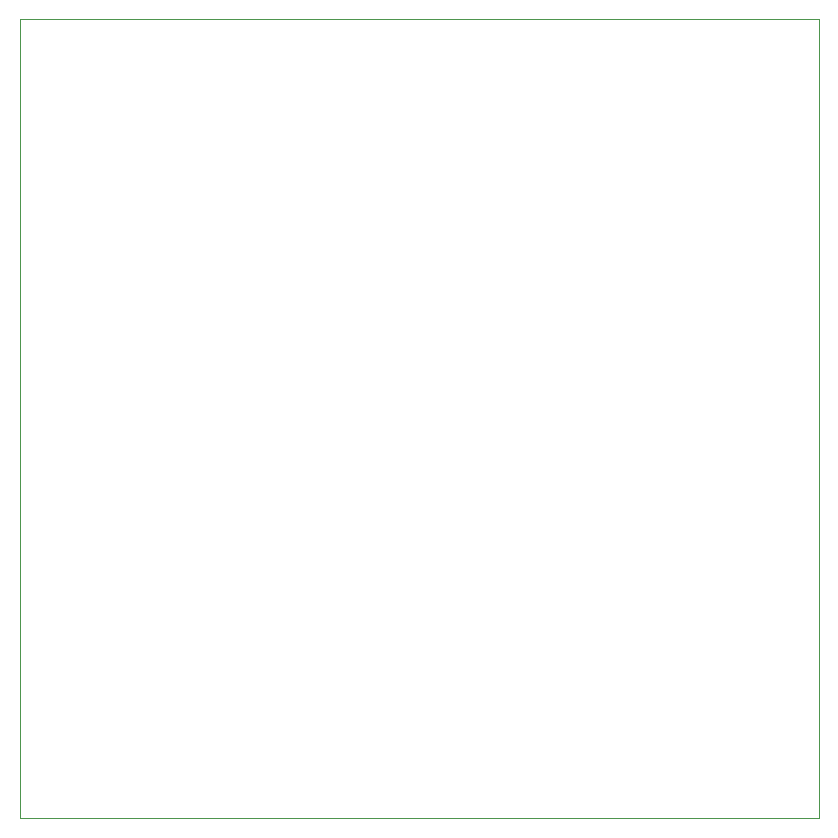
<source format=gbr>
G04 #@! TF.FileFunction,Profile,NP*
%FSLAX46Y46*%
G04 Gerber Fmt 4.6, Leading zero omitted, Abs format (unit mm)*
G04 Created by KiCad (PCBNEW 4.0.2+dfsg1-stable) date Sun 27 May 2018 08:18:09 CEST*
%MOMM*%
G01*
G04 APERTURE LIST*
%ADD10C,0.100000*%
%ADD11C,0.010000*%
G04 APERTURE END LIST*
D10*
D11*
X81305400Y-80269080D02*
X81305400Y-12654280D01*
X13690600Y-80269080D02*
X13690600Y-12654280D01*
X81305400Y-80269080D02*
X13690600Y-80269080D01*
X13690600Y-12654280D02*
X81305400Y-12654280D01*
M02*

</source>
